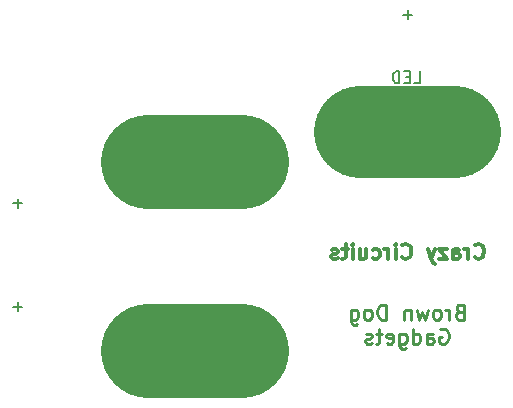
<source format=gbo>
%TF.GenerationSoftware,KiCad,Pcbnew,4.0.4+e1-6308~48~ubuntu16.04.1-stable*%
%TF.CreationDate,2016-12-27T19:41:26-08:00*%
%TF.ProjectId,LegoLED-Button-Battery,4C65676F4C45442D427574746F6E2D42,rev?*%
%TF.FileFunction,Legend,Bot*%
%FSLAX46Y46*%
G04 Gerber Fmt 4.6, Leading zero omitted, Abs format (unit mm)*
G04 Created by KiCad (PCBNEW 4.0.4+e1-6308~48~ubuntu16.04.1-stable) date Tue Dec 27 19:41:26 2016*
%MOMM*%
%LPD*%
G01*
G04 APERTURE LIST*
%ADD10C,0.350000*%
%ADD11C,8.000000*%
%ADD12C,7.800000*%
%ADD13C,0.150000*%
%ADD14C,0.254000*%
%ADD15C,0.317500*%
G04 APERTURE END LIST*
D10*
D11*
X165301200Y-99568000D02*
X157301200Y-99568000D01*
X165301200Y-115568000D02*
X157301200Y-115568000D01*
D12*
X175323500Y-97028000D02*
X183323500Y-97028000D01*
D13*
X146682152Y-103039429D02*
X145920247Y-103039429D01*
X146301199Y-103420381D02*
X146301199Y-102658476D01*
X146682152Y-111839429D02*
X145920247Y-111839429D01*
X146301199Y-112220381D02*
X146301199Y-111458476D01*
D14*
X182072643Y-113728500D02*
X182193595Y-113668024D01*
X182375024Y-113668024D01*
X182556452Y-113728500D01*
X182677405Y-113849452D01*
X182737881Y-113970405D01*
X182798357Y-114212310D01*
X182798357Y-114393738D01*
X182737881Y-114635643D01*
X182677405Y-114756595D01*
X182556452Y-114877548D01*
X182375024Y-114938024D01*
X182254072Y-114938024D01*
X182072643Y-114877548D01*
X182012167Y-114817071D01*
X182012167Y-114393738D01*
X182254072Y-114393738D01*
X180923595Y-114938024D02*
X180923595Y-114272786D01*
X180984072Y-114151833D01*
X181105024Y-114091357D01*
X181346929Y-114091357D01*
X181467881Y-114151833D01*
X180923595Y-114877548D02*
X181044548Y-114938024D01*
X181346929Y-114938024D01*
X181467881Y-114877548D01*
X181528357Y-114756595D01*
X181528357Y-114635643D01*
X181467881Y-114514690D01*
X181346929Y-114454214D01*
X181044548Y-114454214D01*
X180923595Y-114393738D01*
X179774547Y-114938024D02*
X179774547Y-113668024D01*
X179774547Y-114877548D02*
X179895500Y-114938024D01*
X180137404Y-114938024D01*
X180258357Y-114877548D01*
X180318833Y-114817071D01*
X180379309Y-114696119D01*
X180379309Y-114333262D01*
X180318833Y-114212310D01*
X180258357Y-114151833D01*
X180137404Y-114091357D01*
X179895500Y-114091357D01*
X179774547Y-114151833D01*
X178625499Y-114091357D02*
X178625499Y-115119452D01*
X178685976Y-115240405D01*
X178746452Y-115300881D01*
X178867404Y-115361357D01*
X179048833Y-115361357D01*
X179169785Y-115300881D01*
X178625499Y-114877548D02*
X178746452Y-114938024D01*
X178988356Y-114938024D01*
X179109309Y-114877548D01*
X179169785Y-114817071D01*
X179230261Y-114696119D01*
X179230261Y-114333262D01*
X179169785Y-114212310D01*
X179109309Y-114151833D01*
X178988356Y-114091357D01*
X178746452Y-114091357D01*
X178625499Y-114151833D01*
X177536928Y-114877548D02*
X177657880Y-114938024D01*
X177899785Y-114938024D01*
X178020737Y-114877548D01*
X178081213Y-114756595D01*
X178081213Y-114272786D01*
X178020737Y-114151833D01*
X177899785Y-114091357D01*
X177657880Y-114091357D01*
X177536928Y-114151833D01*
X177476451Y-114272786D01*
X177476451Y-114393738D01*
X178081213Y-114514690D01*
X177113595Y-114091357D02*
X176629785Y-114091357D01*
X176932166Y-113668024D02*
X176932166Y-114756595D01*
X176871690Y-114877548D01*
X176750737Y-114938024D01*
X176629785Y-114938024D01*
X176266928Y-114877548D02*
X176145976Y-114938024D01*
X175904071Y-114938024D01*
X175783119Y-114877548D01*
X175722643Y-114756595D01*
X175722643Y-114696119D01*
X175783119Y-114575167D01*
X175904071Y-114514690D01*
X176085500Y-114514690D01*
X176206452Y-114454214D01*
X176266928Y-114333262D01*
X176266928Y-114272786D01*
X176206452Y-114151833D01*
X176085500Y-114091357D01*
X175904071Y-114091357D01*
X175783119Y-114151833D01*
X183708524Y-112240786D02*
X183527095Y-112301262D01*
X183466619Y-112361738D01*
X183406143Y-112482690D01*
X183406143Y-112664119D01*
X183466619Y-112785071D01*
X183527095Y-112845548D01*
X183648048Y-112906024D01*
X184131857Y-112906024D01*
X184131857Y-111636024D01*
X183708524Y-111636024D01*
X183587571Y-111696500D01*
X183527095Y-111756976D01*
X183466619Y-111877929D01*
X183466619Y-111998881D01*
X183527095Y-112119833D01*
X183587571Y-112180310D01*
X183708524Y-112240786D01*
X184131857Y-112240786D01*
X182861857Y-112906024D02*
X182861857Y-112059357D01*
X182861857Y-112301262D02*
X182801381Y-112180310D01*
X182740905Y-112119833D01*
X182619952Y-112059357D01*
X182499000Y-112059357D01*
X181894238Y-112906024D02*
X182015191Y-112845548D01*
X182075667Y-112785071D01*
X182136143Y-112664119D01*
X182136143Y-112301262D01*
X182075667Y-112180310D01*
X182015191Y-112119833D01*
X181894238Y-112059357D01*
X181712810Y-112059357D01*
X181591858Y-112119833D01*
X181531381Y-112180310D01*
X181470905Y-112301262D01*
X181470905Y-112664119D01*
X181531381Y-112785071D01*
X181591858Y-112845548D01*
X181712810Y-112906024D01*
X181894238Y-112906024D01*
X181047571Y-112059357D02*
X180805667Y-112906024D01*
X180563762Y-112301262D01*
X180321857Y-112906024D01*
X180079952Y-112059357D01*
X179596143Y-112059357D02*
X179596143Y-112906024D01*
X179596143Y-112180310D02*
X179535667Y-112119833D01*
X179414714Y-112059357D01*
X179233286Y-112059357D01*
X179112334Y-112119833D01*
X179051857Y-112240786D01*
X179051857Y-112906024D01*
X177479476Y-112906024D02*
X177479476Y-111636024D01*
X177177095Y-111636024D01*
X176995667Y-111696500D01*
X176874714Y-111817452D01*
X176814238Y-111938405D01*
X176753762Y-112180310D01*
X176753762Y-112361738D01*
X176814238Y-112603643D01*
X176874714Y-112724595D01*
X176995667Y-112845548D01*
X177177095Y-112906024D01*
X177479476Y-112906024D01*
X176028047Y-112906024D02*
X176149000Y-112845548D01*
X176209476Y-112785071D01*
X176269952Y-112664119D01*
X176269952Y-112301262D01*
X176209476Y-112180310D01*
X176149000Y-112119833D01*
X176028047Y-112059357D01*
X175846619Y-112059357D01*
X175725667Y-112119833D01*
X175665190Y-112180310D01*
X175604714Y-112301262D01*
X175604714Y-112664119D01*
X175665190Y-112785071D01*
X175725667Y-112845548D01*
X175846619Y-112906024D01*
X176028047Y-112906024D01*
X174516142Y-112059357D02*
X174516142Y-113087452D01*
X174576619Y-113208405D01*
X174637095Y-113268881D01*
X174758047Y-113329357D01*
X174939476Y-113329357D01*
X175060428Y-113268881D01*
X174516142Y-112845548D02*
X174637095Y-112906024D01*
X174878999Y-112906024D01*
X174999952Y-112845548D01*
X175060428Y-112785071D01*
X175120904Y-112664119D01*
X175120904Y-112301262D01*
X175060428Y-112180310D01*
X174999952Y-112119833D01*
X174878999Y-112059357D01*
X174637095Y-112059357D01*
X174516142Y-112119833D01*
D15*
X185008761Y-107641571D02*
X185069237Y-107702048D01*
X185250666Y-107762524D01*
X185371618Y-107762524D01*
X185553046Y-107702048D01*
X185673999Y-107581095D01*
X185734475Y-107460143D01*
X185794951Y-107218238D01*
X185794951Y-107036810D01*
X185734475Y-106794905D01*
X185673999Y-106673952D01*
X185553046Y-106553000D01*
X185371618Y-106492524D01*
X185250666Y-106492524D01*
X185069237Y-106553000D01*
X185008761Y-106613476D01*
X184464475Y-107762524D02*
X184464475Y-106915857D01*
X184464475Y-107157762D02*
X184403999Y-107036810D01*
X184343523Y-106976333D01*
X184222570Y-106915857D01*
X184101618Y-106915857D01*
X183133999Y-107762524D02*
X183133999Y-107097286D01*
X183194476Y-106976333D01*
X183315428Y-106915857D01*
X183557333Y-106915857D01*
X183678285Y-106976333D01*
X183133999Y-107702048D02*
X183254952Y-107762524D01*
X183557333Y-107762524D01*
X183678285Y-107702048D01*
X183738761Y-107581095D01*
X183738761Y-107460143D01*
X183678285Y-107339190D01*
X183557333Y-107278714D01*
X183254952Y-107278714D01*
X183133999Y-107218238D01*
X182650189Y-106915857D02*
X181984951Y-106915857D01*
X182650189Y-107762524D01*
X181984951Y-107762524D01*
X181622094Y-106915857D02*
X181319713Y-107762524D01*
X181017333Y-106915857D02*
X181319713Y-107762524D01*
X181440666Y-108064905D01*
X181501142Y-108125381D01*
X181622094Y-108185857D01*
X178840190Y-107641571D02*
X178900666Y-107702048D01*
X179082095Y-107762524D01*
X179203047Y-107762524D01*
X179384475Y-107702048D01*
X179505428Y-107581095D01*
X179565904Y-107460143D01*
X179626380Y-107218238D01*
X179626380Y-107036810D01*
X179565904Y-106794905D01*
X179505428Y-106673952D01*
X179384475Y-106553000D01*
X179203047Y-106492524D01*
X179082095Y-106492524D01*
X178900666Y-106553000D01*
X178840190Y-106613476D01*
X178295904Y-107762524D02*
X178295904Y-106915857D01*
X178295904Y-106492524D02*
X178356380Y-106553000D01*
X178295904Y-106613476D01*
X178235428Y-106553000D01*
X178295904Y-106492524D01*
X178295904Y-106613476D01*
X177691142Y-107762524D02*
X177691142Y-106915857D01*
X177691142Y-107157762D02*
X177630666Y-107036810D01*
X177570190Y-106976333D01*
X177449237Y-106915857D01*
X177328285Y-106915857D01*
X176360666Y-107702048D02*
X176481619Y-107762524D01*
X176723523Y-107762524D01*
X176844476Y-107702048D01*
X176904952Y-107641571D01*
X176965428Y-107520619D01*
X176965428Y-107157762D01*
X176904952Y-107036810D01*
X176844476Y-106976333D01*
X176723523Y-106915857D01*
X176481619Y-106915857D01*
X176360666Y-106976333D01*
X175272095Y-106915857D02*
X175272095Y-107762524D01*
X175816381Y-106915857D02*
X175816381Y-107581095D01*
X175755905Y-107702048D01*
X175634952Y-107762524D01*
X175453524Y-107762524D01*
X175332572Y-107702048D01*
X175272095Y-107641571D01*
X174667333Y-107762524D02*
X174667333Y-106915857D01*
X174667333Y-106492524D02*
X174727809Y-106553000D01*
X174667333Y-106613476D01*
X174606857Y-106553000D01*
X174667333Y-106492524D01*
X174667333Y-106613476D01*
X174244000Y-106915857D02*
X173760190Y-106915857D01*
X174062571Y-106492524D02*
X174062571Y-107581095D01*
X174002095Y-107702048D01*
X173881142Y-107762524D01*
X173760190Y-107762524D01*
X173397333Y-107702048D02*
X173276381Y-107762524D01*
X173034476Y-107762524D01*
X172913524Y-107702048D01*
X172853048Y-107581095D01*
X172853048Y-107520619D01*
X172913524Y-107399667D01*
X173034476Y-107339190D01*
X173215905Y-107339190D01*
X173336857Y-107278714D01*
X173397333Y-107157762D01*
X173397333Y-107097286D01*
X173336857Y-106976333D01*
X173215905Y-106915857D01*
X173034476Y-106915857D01*
X172913524Y-106976333D01*
D13*
X179866357Y-92880381D02*
X180342548Y-92880381D01*
X180342548Y-91880381D01*
X179533024Y-92356571D02*
X179199690Y-92356571D01*
X179056833Y-92880381D02*
X179533024Y-92880381D01*
X179533024Y-91880381D01*
X179056833Y-91880381D01*
X178628262Y-92880381D02*
X178628262Y-91880381D01*
X178390167Y-91880381D01*
X178247309Y-91928000D01*
X178152071Y-92023238D01*
X178104452Y-92118476D01*
X178056833Y-92308952D01*
X178056833Y-92451810D01*
X178104452Y-92642286D01*
X178152071Y-92737524D01*
X178247309Y-92832762D01*
X178390167Y-92880381D01*
X178628262Y-92880381D01*
X179704452Y-87099429D02*
X178942547Y-87099429D01*
X179323499Y-87480381D02*
X179323499Y-86718476D01*
M02*

</source>
